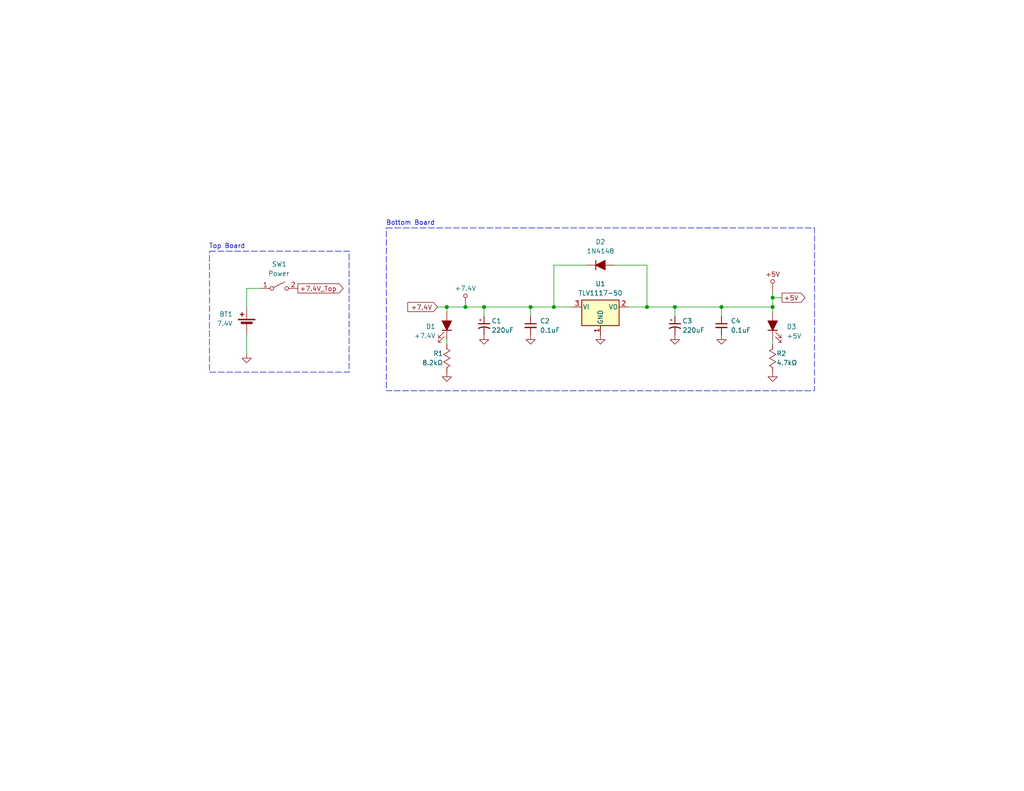
<source format=kicad_sch>
(kicad_sch
	(version 20231120)
	(generator "eeschema")
	(generator_version "8.0")
	(uuid "168dbb6b-35e8-49d7-b2bd-9d9cbbd20b6c")
	(paper "A")
	(title_block
		(title "Power")
		(date "2025-04-18")
		(rev "A")
		(company "Idaho State University")
	)
	(lib_symbols
		(symbol "AW_Libraries_Power:+7.4V"
			(exclude_from_sim no)
			(in_bom yes)
			(on_board yes)
			(property "Reference" "#PWR"
				(at 0 0 0)
				(effects
					(font
						(size 1.27 1.27)
					)
					(hide yes)
				)
			)
			(property "Value" "+7.4V"
				(at 0 0 0)
				(effects
					(font
						(size 1.27 1.27)
					)
				)
			)
			(property "Footprint" ""
				(at 0 0 0)
				(effects
					(font
						(size 1.27 1.27)
					)
					(hide yes)
				)
			)
			(property "Datasheet" ""
				(at 0 0 0)
				(effects
					(font
						(size 1.27 1.27)
					)
					(hide yes)
				)
			)
			(property "Description" ""
				(at 0 0 0)
				(effects
					(font
						(size 1.27 1.27)
					)
					(hide yes)
				)
			)
			(symbol "+7.4V_0_1"
				(circle
					(center 0 -2.032)
					(radius 0.508)
					(stroke
						(width 0)
						(type default)
					)
					(fill
						(type none)
					)
				)
			)
			(symbol "+7.4V_1_1"
				(pin power_in line
					(at 0 -5.08 90)
					(length 2.54)
					(name ""
						(effects
							(font
								(size 1.27 1.27)
							)
						)
					)
					(number ""
						(effects
							(font
								(size 1.27 1.27)
							)
						)
					)
				)
			)
		)
		(symbol "Device:Battery_Cell"
			(pin_numbers hide)
			(pin_names
				(offset 0) hide)
			(exclude_from_sim no)
			(in_bom yes)
			(on_board yes)
			(property "Reference" "BT"
				(at 2.54 2.54 0)
				(effects
					(font
						(size 1.27 1.27)
					)
					(justify left)
				)
			)
			(property "Value" "Battery_Cell"
				(at 2.54 0 0)
				(effects
					(font
						(size 1.27 1.27)
					)
					(justify left)
				)
			)
			(property "Footprint" ""
				(at 0 1.524 90)
				(effects
					(font
						(size 1.27 1.27)
					)
					(hide yes)
				)
			)
			(property "Datasheet" "~"
				(at 0 1.524 90)
				(effects
					(font
						(size 1.27 1.27)
					)
					(hide yes)
				)
			)
			(property "Description" "Single-cell battery"
				(at 0 0 0)
				(effects
					(font
						(size 1.27 1.27)
					)
					(hide yes)
				)
			)
			(property "ki_keywords" "battery cell"
				(at 0 0 0)
				(effects
					(font
						(size 1.27 1.27)
					)
					(hide yes)
				)
			)
			(symbol "Battery_Cell_0_1"
				(rectangle
					(start -2.286 1.778)
					(end 2.286 1.524)
					(stroke
						(width 0)
						(type default)
					)
					(fill
						(type outline)
					)
				)
				(rectangle
					(start -1.524 1.016)
					(end 1.524 0.508)
					(stroke
						(width 0)
						(type default)
					)
					(fill
						(type outline)
					)
				)
				(polyline
					(pts
						(xy 0 0.762) (xy 0 0)
					)
					(stroke
						(width 0)
						(type default)
					)
					(fill
						(type none)
					)
				)
				(polyline
					(pts
						(xy 0 1.778) (xy 0 2.54)
					)
					(stroke
						(width 0)
						(type default)
					)
					(fill
						(type none)
					)
				)
				(polyline
					(pts
						(xy 0.762 3.048) (xy 1.778 3.048)
					)
					(stroke
						(width 0.254)
						(type default)
					)
					(fill
						(type none)
					)
				)
				(polyline
					(pts
						(xy 1.27 3.556) (xy 1.27 2.54)
					)
					(stroke
						(width 0.254)
						(type default)
					)
					(fill
						(type none)
					)
				)
			)
			(symbol "Battery_Cell_1_1"
				(pin passive line
					(at 0 5.08 270)
					(length 2.54)
					(name "+"
						(effects
							(font
								(size 1.27 1.27)
							)
						)
					)
					(number "1"
						(effects
							(font
								(size 1.27 1.27)
							)
						)
					)
				)
				(pin passive line
					(at 0 -2.54 90)
					(length 2.54)
					(name "-"
						(effects
							(font
								(size 1.27 1.27)
							)
						)
					)
					(number "2"
						(effects
							(font
								(size 1.27 1.27)
							)
						)
					)
				)
			)
		)
		(symbol "Device:C_Polarized_Small_US"
			(pin_numbers hide)
			(pin_names
				(offset 0.254) hide)
			(exclude_from_sim no)
			(in_bom yes)
			(on_board yes)
			(property "Reference" "C"
				(at 0.254 1.778 0)
				(effects
					(font
						(size 1.27 1.27)
					)
					(justify left)
				)
			)
			(property "Value" "C_Polarized_Small_US"
				(at 0.254 -2.032 0)
				(effects
					(font
						(size 1.27 1.27)
					)
					(justify left)
				)
			)
			(property "Footprint" ""
				(at 0 0 0)
				(effects
					(font
						(size 1.27 1.27)
					)
					(hide yes)
				)
			)
			(property "Datasheet" "~"
				(at 0 0 0)
				(effects
					(font
						(size 1.27 1.27)
					)
					(hide yes)
				)
			)
			(property "Description" "Polarized capacitor, small US symbol"
				(at 0 0 0)
				(effects
					(font
						(size 1.27 1.27)
					)
					(hide yes)
				)
			)
			(property "ki_keywords" "cap capacitor"
				(at 0 0 0)
				(effects
					(font
						(size 1.27 1.27)
					)
					(hide yes)
				)
			)
			(property "ki_fp_filters" "CP_*"
				(at 0 0 0)
				(effects
					(font
						(size 1.27 1.27)
					)
					(hide yes)
				)
			)
			(symbol "C_Polarized_Small_US_0_1"
				(polyline
					(pts
						(xy -1.524 0.508) (xy 1.524 0.508)
					)
					(stroke
						(width 0.3048)
						(type default)
					)
					(fill
						(type none)
					)
				)
				(polyline
					(pts
						(xy -1.27 1.524) (xy -0.762 1.524)
					)
					(stroke
						(width 0)
						(type default)
					)
					(fill
						(type none)
					)
				)
				(polyline
					(pts
						(xy -1.016 1.27) (xy -1.016 1.778)
					)
					(stroke
						(width 0)
						(type default)
					)
					(fill
						(type none)
					)
				)
				(arc
					(start 1.524 -0.762)
					(mid 0 -0.3734)
					(end -1.524 -0.762)
					(stroke
						(width 0.3048)
						(type default)
					)
					(fill
						(type none)
					)
				)
			)
			(symbol "C_Polarized_Small_US_1_1"
				(pin passive line
					(at 0 2.54 270)
					(length 2.032)
					(name "~"
						(effects
							(font
								(size 1.27 1.27)
							)
						)
					)
					(number "1"
						(effects
							(font
								(size 1.27 1.27)
							)
						)
					)
				)
				(pin passive line
					(at 0 -2.54 90)
					(length 2.032)
					(name "~"
						(effects
							(font
								(size 1.27 1.27)
							)
						)
					)
					(number "2"
						(effects
							(font
								(size 1.27 1.27)
							)
						)
					)
				)
			)
		)
		(symbol "Device:C_Small"
			(pin_numbers hide)
			(pin_names
				(offset 0.254) hide)
			(exclude_from_sim no)
			(in_bom yes)
			(on_board yes)
			(property "Reference" "C"
				(at 0.254 1.778 0)
				(effects
					(font
						(size 1.27 1.27)
					)
					(justify left)
				)
			)
			(property "Value" "C_Small"
				(at 0.254 -2.032 0)
				(effects
					(font
						(size 1.27 1.27)
					)
					(justify left)
				)
			)
			(property "Footprint" ""
				(at 0 0 0)
				(effects
					(font
						(size 1.27 1.27)
					)
					(hide yes)
				)
			)
			(property "Datasheet" "~"
				(at 0 0 0)
				(effects
					(font
						(size 1.27 1.27)
					)
					(hide yes)
				)
			)
			(property "Description" "Unpolarized capacitor, small symbol"
				(at 0 0 0)
				(effects
					(font
						(size 1.27 1.27)
					)
					(hide yes)
				)
			)
			(property "ki_keywords" "capacitor cap"
				(at 0 0 0)
				(effects
					(font
						(size 1.27 1.27)
					)
					(hide yes)
				)
			)
			(property "ki_fp_filters" "C_*"
				(at 0 0 0)
				(effects
					(font
						(size 1.27 1.27)
					)
					(hide yes)
				)
			)
			(symbol "C_Small_0_1"
				(polyline
					(pts
						(xy -1.524 -0.508) (xy 1.524 -0.508)
					)
					(stroke
						(width 0.3302)
						(type default)
					)
					(fill
						(type none)
					)
				)
				(polyline
					(pts
						(xy -1.524 0.508) (xy 1.524 0.508)
					)
					(stroke
						(width 0.3048)
						(type default)
					)
					(fill
						(type none)
					)
				)
			)
			(symbol "C_Small_1_1"
				(pin passive line
					(at 0 2.54 270)
					(length 2.032)
					(name "~"
						(effects
							(font
								(size 1.27 1.27)
							)
						)
					)
					(number "1"
						(effects
							(font
								(size 1.27 1.27)
							)
						)
					)
				)
				(pin passive line
					(at 0 -2.54 90)
					(length 2.032)
					(name "~"
						(effects
							(font
								(size 1.27 1.27)
							)
						)
					)
					(number "2"
						(effects
							(font
								(size 1.27 1.27)
							)
						)
					)
				)
			)
		)
		(symbol "Device:D_Filled"
			(pin_numbers hide)
			(pin_names
				(offset 1.016) hide)
			(exclude_from_sim no)
			(in_bom yes)
			(on_board yes)
			(property "Reference" "D"
				(at 0 2.54 0)
				(effects
					(font
						(size 1.27 1.27)
					)
				)
			)
			(property "Value" "D_Filled"
				(at 0 -2.54 0)
				(effects
					(font
						(size 1.27 1.27)
					)
				)
			)
			(property "Footprint" ""
				(at 0 0 0)
				(effects
					(font
						(size 1.27 1.27)
					)
					(hide yes)
				)
			)
			(property "Datasheet" "~"
				(at 0 0 0)
				(effects
					(font
						(size 1.27 1.27)
					)
					(hide yes)
				)
			)
			(property "Description" "Diode, filled shape"
				(at 0 0 0)
				(effects
					(font
						(size 1.27 1.27)
					)
					(hide yes)
				)
			)
			(property "Sim.Device" "D"
				(at 0 0 0)
				(effects
					(font
						(size 1.27 1.27)
					)
					(hide yes)
				)
			)
			(property "Sim.Pins" "1=K 2=A"
				(at 0 0 0)
				(effects
					(font
						(size 1.27 1.27)
					)
					(hide yes)
				)
			)
			(property "ki_keywords" "diode"
				(at 0 0 0)
				(effects
					(font
						(size 1.27 1.27)
					)
					(hide yes)
				)
			)
			(property "ki_fp_filters" "TO-???* *_Diode_* *SingleDiode* D_*"
				(at 0 0 0)
				(effects
					(font
						(size 1.27 1.27)
					)
					(hide yes)
				)
			)
			(symbol "D_Filled_0_1"
				(polyline
					(pts
						(xy -1.27 1.27) (xy -1.27 -1.27)
					)
					(stroke
						(width 0.254)
						(type default)
					)
					(fill
						(type none)
					)
				)
				(polyline
					(pts
						(xy 1.27 0) (xy -1.27 0)
					)
					(stroke
						(width 0)
						(type default)
					)
					(fill
						(type none)
					)
				)
				(polyline
					(pts
						(xy 1.27 1.27) (xy 1.27 -1.27) (xy -1.27 0) (xy 1.27 1.27)
					)
					(stroke
						(width 0.254)
						(type default)
					)
					(fill
						(type outline)
					)
				)
			)
			(symbol "D_Filled_1_1"
				(pin passive line
					(at -3.81 0 0)
					(length 2.54)
					(name "K"
						(effects
							(font
								(size 1.27 1.27)
							)
						)
					)
					(number "1"
						(effects
							(font
								(size 1.27 1.27)
							)
						)
					)
				)
				(pin passive line
					(at 3.81 0 180)
					(length 2.54)
					(name "A"
						(effects
							(font
								(size 1.27 1.27)
							)
						)
					)
					(number "2"
						(effects
							(font
								(size 1.27 1.27)
							)
						)
					)
				)
			)
		)
		(symbol "Device:LED_Filled"
			(pin_numbers hide)
			(pin_names
				(offset 1.016) hide)
			(exclude_from_sim no)
			(in_bom yes)
			(on_board yes)
			(property "Reference" "D"
				(at 0 2.54 0)
				(effects
					(font
						(size 1.27 1.27)
					)
				)
			)
			(property "Value" "LED_Filled"
				(at 0 -2.54 0)
				(effects
					(font
						(size 1.27 1.27)
					)
				)
			)
			(property "Footprint" ""
				(at 0 0 0)
				(effects
					(font
						(size 1.27 1.27)
					)
					(hide yes)
				)
			)
			(property "Datasheet" "~"
				(at 0 0 0)
				(effects
					(font
						(size 1.27 1.27)
					)
					(hide yes)
				)
			)
			(property "Description" "Light emitting diode, filled shape"
				(at 0 0 0)
				(effects
					(font
						(size 1.27 1.27)
					)
					(hide yes)
				)
			)
			(property "ki_keywords" "LED diode"
				(at 0 0 0)
				(effects
					(font
						(size 1.27 1.27)
					)
					(hide yes)
				)
			)
			(property "ki_fp_filters" "LED* LED_SMD:* LED_THT:*"
				(at 0 0 0)
				(effects
					(font
						(size 1.27 1.27)
					)
					(hide yes)
				)
			)
			(symbol "LED_Filled_0_1"
				(polyline
					(pts
						(xy -1.27 -1.27) (xy -1.27 1.27)
					)
					(stroke
						(width 0.254)
						(type default)
					)
					(fill
						(type none)
					)
				)
				(polyline
					(pts
						(xy -1.27 0) (xy 1.27 0)
					)
					(stroke
						(width 0)
						(type default)
					)
					(fill
						(type none)
					)
				)
				(polyline
					(pts
						(xy 1.27 -1.27) (xy 1.27 1.27) (xy -1.27 0) (xy 1.27 -1.27)
					)
					(stroke
						(width 0.254)
						(type default)
					)
					(fill
						(type outline)
					)
				)
				(polyline
					(pts
						(xy -3.048 -0.762) (xy -4.572 -2.286) (xy -3.81 -2.286) (xy -4.572 -2.286) (xy -4.572 -1.524)
					)
					(stroke
						(width 0)
						(type default)
					)
					(fill
						(type none)
					)
				)
				(polyline
					(pts
						(xy -1.778 -0.762) (xy -3.302 -2.286) (xy -2.54 -2.286) (xy -3.302 -2.286) (xy -3.302 -1.524)
					)
					(stroke
						(width 0)
						(type default)
					)
					(fill
						(type none)
					)
				)
			)
			(symbol "LED_Filled_1_1"
				(pin passive line
					(at -3.81 0 0)
					(length 2.54)
					(name "K"
						(effects
							(font
								(size 1.27 1.27)
							)
						)
					)
					(number "1"
						(effects
							(font
								(size 1.27 1.27)
							)
						)
					)
				)
				(pin passive line
					(at 3.81 0 180)
					(length 2.54)
					(name "A"
						(effects
							(font
								(size 1.27 1.27)
							)
						)
					)
					(number "2"
						(effects
							(font
								(size 1.27 1.27)
							)
						)
					)
				)
			)
		)
		(symbol "Libraries:+5V"
			(power)
			(pin_numbers hide)
			(pin_names
				(offset 0)
			)
			(exclude_from_sim no)
			(in_bom no)
			(on_board no)
			(property "Reference" "+5V"
				(at 0 3.81 0)
				(effects
					(font
						(size 1.27 1.27)
					)
					(hide yes)
				)
			)
			(property "Value" "+5V"
				(at 0 3.81 0)
				(effects
					(font
						(size 1.27 1.27)
					)
					(hide yes)
				)
			)
			(property "Footprint" ""
				(at 0 3.81 0)
				(effects
					(font
						(size 1.27 1.27)
					)
					(hide yes)
				)
			)
			(property "Datasheet" ""
				(at 0 3.81 0)
				(effects
					(font
						(size 1.27 1.27)
					)
					(hide yes)
				)
			)
			(property "Description" ""
				(at 0 0 0)
				(effects
					(font
						(size 1.27 1.27)
					)
					(hide yes)
				)
			)
			(symbol "+5V_0_1"
				(circle
					(center 0 1.905)
					(radius 0.5236)
					(stroke
						(width 0)
						(type default)
					)
					(fill
						(type none)
					)
				)
			)
			(symbol "+5V_1_0"
				(text "+5V"
					(at 0 3.81 0)
					(effects
						(font
							(size 1.27 1.27)
						)
					)
				)
			)
			(symbol "+5V_1_1"
				(pin power_in line
					(at 0 -1.27 90)
					(length 2.54)
					(name ""
						(effects
							(font
								(size 1.27 1.27)
							)
						)
					)
					(number ""
						(effects
							(font
								(size 0.762 0.762)
							)
						)
					)
				)
			)
		)
		(symbol "Libraries:R_Custom"
			(pin_numbers hide)
			(pin_names
				(offset 1.016) hide)
			(exclude_from_sim no)
			(in_bom yes)
			(on_board yes)
			(property "Reference" "R1"
				(at 0 6.35 0)
				(effects
					(font
						(size 1.27 1.27)
					)
				)
			)
			(property "Value" "RΩ"
				(at 0 3.81 0)
				(effects
					(font
						(size 1.27 1.27)
					)
				)
			)
			(property "Footprint" ""
				(at 0.762 0 0)
				(effects
					(font
						(size 1.27 1.27)
					)
					(hide yes)
				)
			)
			(property "Datasheet" "~"
				(at 0 0 0)
				(effects
					(font
						(size 1.27 1.27)
					)
					(hide yes)
				)
			)
			(property "Description" "Custom Resistor"
				(at 0 -2.032 0)
				(effects
					(font
						(size 1.27 1.27)
					)
					(hide yes)
				)
			)
			(property "ki_keywords" "Resistor"
				(at 0 0 0)
				(effects
					(font
						(size 1.27 1.27)
					)
					(hide yes)
				)
			)
			(property "ki_fp_filters" "Connector*:*_1x??_*"
				(at 0 0 0)
				(effects
					(font
						(size 1.27 1.27)
					)
					(hide yes)
				)
			)
			(symbol "R_Custom_0_1"
				(polyline
					(pts
						(xy -2.54 0) (xy -2.032 0.889) (xy -1.524 0) (xy -1.016 -0.889) (xy -0.508 0) (xy 0 0.889) (xy 0.508 0)
						(xy 1.016 -0.889) (xy 1.524 0) (xy 2.032 0.889) (xy 2.54 0)
					)
					(stroke
						(width 0)
						(type default)
					)
					(fill
						(type none)
					)
				)
			)
			(symbol "R_Custom_1_1"
				(pin passive line
					(at -3.81 0 0)
					(length 1.27)
					(name ""
						(effects
							(font
								(size 1.27 1.27)
							)
						)
					)
					(number "1"
						(effects
							(font
								(size 1.27 1.27)
							)
						)
					)
				)
				(pin passive line
					(at 3.81 0 180)
					(length 1.27)
					(name ""
						(effects
							(font
								(size 1.27 1.27)
							)
						)
					)
					(number "2"
						(effects
							(font
								(size 1.27 1.27)
							)
						)
					)
				)
			)
		)
		(symbol "Regulator_Linear:TLV1117-50"
			(pin_names
				(offset 0.254)
			)
			(exclude_from_sim no)
			(in_bom yes)
			(on_board yes)
			(property "Reference" "U"
				(at -3.81 3.175 0)
				(effects
					(font
						(size 1.27 1.27)
					)
				)
			)
			(property "Value" "TLV1117-50"
				(at 0 3.175 0)
				(effects
					(font
						(size 1.27 1.27)
					)
					(justify left)
				)
			)
			(property "Footprint" ""
				(at 0 0 0)
				(effects
					(font
						(size 1.27 1.27)
					)
					(hide yes)
				)
			)
			(property "Datasheet" "http://www.ti.com/lit/ds/symlink/tlv1117.pdf"
				(at 0 0 0)
				(effects
					(font
						(size 1.27 1.27)
					)
					(hide yes)
				)
			)
			(property "Description" "800mA Low-Dropout Linear Regulator, 5.0V fixed output, TO-220/TO-252/TO-263/SOT-223"
				(at 0 0 0)
				(effects
					(font
						(size 1.27 1.27)
					)
					(hide yes)
				)
			)
			(property "ki_keywords" "linear regulator ldo fixed positive"
				(at 0 0 0)
				(effects
					(font
						(size 1.27 1.27)
					)
					(hide yes)
				)
			)
			(property "ki_fp_filters" "SOT?223* TO?263* TO?252* TO?220*"
				(at 0 0 0)
				(effects
					(font
						(size 1.27 1.27)
					)
					(hide yes)
				)
			)
			(symbol "TLV1117-50_0_1"
				(rectangle
					(start -5.08 -5.08)
					(end 5.08 1.905)
					(stroke
						(width 0.254)
						(type default)
					)
					(fill
						(type background)
					)
				)
			)
			(symbol "TLV1117-50_1_1"
				(pin power_in line
					(at 0 -7.62 90)
					(length 2.54)
					(name "GND"
						(effects
							(font
								(size 1.27 1.27)
							)
						)
					)
					(number "1"
						(effects
							(font
								(size 1.27 1.27)
							)
						)
					)
				)
				(pin power_out line
					(at 7.62 0 180)
					(length 2.54)
					(name "VO"
						(effects
							(font
								(size 1.27 1.27)
							)
						)
					)
					(number "2"
						(effects
							(font
								(size 1.27 1.27)
							)
						)
					)
				)
				(pin power_in line
					(at -7.62 0 0)
					(length 2.54)
					(name "VI"
						(effects
							(font
								(size 1.27 1.27)
							)
						)
					)
					(number "3"
						(effects
							(font
								(size 1.27 1.27)
							)
						)
					)
				)
			)
		)
		(symbol "Switch:SW_SPST"
			(pin_names
				(offset 0) hide)
			(exclude_from_sim no)
			(in_bom yes)
			(on_board yes)
			(property "Reference" "SW"
				(at 0 3.175 0)
				(effects
					(font
						(size 1.27 1.27)
					)
				)
			)
			(property "Value" "SW_SPST"
				(at 0 -2.54 0)
				(effects
					(font
						(size 1.27 1.27)
					)
				)
			)
			(property "Footprint" ""
				(at 0 0 0)
				(effects
					(font
						(size 1.27 1.27)
					)
					(hide yes)
				)
			)
			(property "Datasheet" "~"
				(at 0 0 0)
				(effects
					(font
						(size 1.27 1.27)
					)
					(hide yes)
				)
			)
			(property "Description" "Single Pole Single Throw (SPST) switch"
				(at 0 0 0)
				(effects
					(font
						(size 1.27 1.27)
					)
					(hide yes)
				)
			)
			(property "ki_keywords" "switch lever"
				(at 0 0 0)
				(effects
					(font
						(size 1.27 1.27)
					)
					(hide yes)
				)
			)
			(symbol "SW_SPST_0_0"
				(circle
					(center -2.032 0)
					(radius 0.508)
					(stroke
						(width 0)
						(type default)
					)
					(fill
						(type none)
					)
				)
				(polyline
					(pts
						(xy -1.524 0.254) (xy 1.524 1.778)
					)
					(stroke
						(width 0)
						(type default)
					)
					(fill
						(type none)
					)
				)
				(circle
					(center 2.032 0)
					(radius 0.508)
					(stroke
						(width 0)
						(type default)
					)
					(fill
						(type none)
					)
				)
			)
			(symbol "SW_SPST_1_1"
				(pin passive line
					(at -5.08 0 0)
					(length 2.54)
					(name "A"
						(effects
							(font
								(size 1.27 1.27)
							)
						)
					)
					(number "1"
						(effects
							(font
								(size 1.27 1.27)
							)
						)
					)
				)
				(pin passive line
					(at 5.08 0 180)
					(length 2.54)
					(name "B"
						(effects
							(font
								(size 1.27 1.27)
							)
						)
					)
					(number "2"
						(effects
							(font
								(size 1.27 1.27)
							)
						)
					)
				)
			)
		)
		(symbol "power:GND"
			(power)
			(pin_names
				(offset 0)
			)
			(exclude_from_sim no)
			(in_bom yes)
			(on_board yes)
			(property "Reference" "#PWR"
				(at 0 -6.35 0)
				(effects
					(font
						(size 1.27 1.27)
					)
					(hide yes)
				)
			)
			(property "Value" "GND"
				(at 0 -3.81 0)
				(effects
					(font
						(size 1.27 1.27)
					)
				)
			)
			(property "Footprint" ""
				(at 0 0 0)
				(effects
					(font
						(size 1.27 1.27)
					)
					(hide yes)
				)
			)
			(property "Datasheet" ""
				(at 0 0 0)
				(effects
					(font
						(size 1.27 1.27)
					)
					(hide yes)
				)
			)
			(property "Description" "Power symbol creates a global label with name \"GND\" , ground"
				(at 0 0 0)
				(effects
					(font
						(size 1.27 1.27)
					)
					(hide yes)
				)
			)
			(property "ki_keywords" "global power"
				(at 0 0 0)
				(effects
					(font
						(size 1.27 1.27)
					)
					(hide yes)
				)
			)
			(symbol "GND_0_1"
				(polyline
					(pts
						(xy 0 0) (xy 0 -1.27) (xy 1.27 -1.27) (xy 0 -2.54) (xy -1.27 -1.27) (xy 0 -1.27)
					)
					(stroke
						(width 0)
						(type default)
					)
					(fill
						(type none)
					)
				)
			)
			(symbol "GND_1_1"
				(pin power_in line
					(at 0 0 270)
					(length 0) hide
					(name "GND"
						(effects
							(font
								(size 1.27 1.27)
							)
						)
					)
					(number "1"
						(effects
							(font
								(size 1.27 1.27)
							)
						)
					)
				)
			)
		)
	)
	(junction
		(at 121.92 83.82)
		(diameter 0)
		(color 0 0 0 0)
		(uuid "2dcfbd6a-93dc-4b92-8b14-45431968a022")
	)
	(junction
		(at 210.82 83.82)
		(diameter 0)
		(color 0 0 0 0)
		(uuid "3b7504a1-158a-4aa5-8ed1-f0963fa471b1")
	)
	(junction
		(at 176.53 83.82)
		(diameter 0)
		(color 0 0 0 0)
		(uuid "40200eeb-ea08-463e-bfbf-b4facc5711c6")
	)
	(junction
		(at 127 83.82)
		(diameter 0)
		(color 0 0 0 0)
		(uuid "7ec77f99-187e-4062-9247-3681fd6d21b6")
	)
	(junction
		(at 184.15 83.82)
		(diameter 0)
		(color 0 0 0 0)
		(uuid "c45ca22d-d990-48fb-a8d6-062a0831401f")
	)
	(junction
		(at 144.78 83.82)
		(diameter 0)
		(color 0 0 0 0)
		(uuid "dd10da19-7549-4348-9f8a-05813d7ec36a")
	)
	(junction
		(at 132.08 83.82)
		(diameter 0)
		(color 0 0 0 0)
		(uuid "dfee9d94-3000-470d-9995-86d38b4da18d")
	)
	(junction
		(at 210.82 81.28)
		(diameter 0)
		(color 0 0 0 0)
		(uuid "e3f9bddd-e65d-4d3a-bb78-aedf77e416fa")
	)
	(junction
		(at 151.13 83.82)
		(diameter 0)
		(color 0 0 0 0)
		(uuid "e6366df4-3625-4723-a2dc-f95e9856ab5c")
	)
	(junction
		(at 196.85 83.82)
		(diameter 0)
		(color 0 0 0 0)
		(uuid "f1ac65c4-ed72-4173-a0f2-90a366894a61")
	)
	(wire
		(pts
			(xy 176.53 72.39) (xy 176.53 83.82)
		)
		(stroke
			(width 0)
			(type default)
		)
		(uuid "01b30d60-963f-4d46-9e24-46e6786f28e6")
	)
	(wire
		(pts
			(xy 184.15 83.82) (xy 196.85 83.82)
		)
		(stroke
			(width 0)
			(type default)
		)
		(uuid "0a64a8ef-2ae5-4e41-a2e5-866ee8bf0e3a")
	)
	(wire
		(pts
			(xy 210.82 81.28) (xy 213.36 81.28)
		)
		(stroke
			(width 0)
			(type default)
		)
		(uuid "10328600-31d2-4443-9523-df34bc5f6f1d")
	)
	(wire
		(pts
			(xy 151.13 83.82) (xy 156.21 83.82)
		)
		(stroke
			(width 0)
			(type default)
		)
		(uuid "110e5d90-e8fd-44fd-b062-4fc6aa508432")
	)
	(wire
		(pts
			(xy 119.38 83.82) (xy 121.92 83.82)
		)
		(stroke
			(width 0)
			(type default)
		)
		(uuid "1c2d0a2a-e89e-4692-a798-929eca6b0233")
	)
	(wire
		(pts
			(xy 196.85 83.82) (xy 210.82 83.82)
		)
		(stroke
			(width 0)
			(type default)
		)
		(uuid "263e7f4e-5f2f-474b-b11a-e9290b740289")
	)
	(wire
		(pts
			(xy 67.31 78.74) (xy 71.12 78.74)
		)
		(stroke
			(width 0)
			(type default)
		)
		(uuid "27539266-4876-42bb-80f1-266907983676")
	)
	(wire
		(pts
			(xy 176.53 83.82) (xy 184.15 83.82)
		)
		(stroke
			(width 0)
			(type default)
		)
		(uuid "2c6fd393-1e87-4d69-86ea-3709bcb50065")
	)
	(wire
		(pts
			(xy 67.31 96.52) (xy 67.31 91.44)
		)
		(stroke
			(width 0)
			(type default)
		)
		(uuid "2e5b71ad-e7e1-4882-b7b5-a587de377a92")
	)
	(wire
		(pts
			(xy 210.82 85.09) (xy 210.82 83.82)
		)
		(stroke
			(width 0)
			(type default)
		)
		(uuid "445506ee-195e-4197-9c78-1165888efbcb")
	)
	(wire
		(pts
			(xy 184.15 86.36) (xy 184.15 83.82)
		)
		(stroke
			(width 0)
			(type default)
		)
		(uuid "44c9202f-84b7-479e-9f76-1792852b5537")
	)
	(wire
		(pts
			(xy 167.64 72.39) (xy 176.53 72.39)
		)
		(stroke
			(width 0)
			(type default)
		)
		(uuid "51edb7aa-bdf5-446d-ac88-d5a3eee2474b")
	)
	(wire
		(pts
			(xy 132.08 83.82) (xy 132.08 86.36)
		)
		(stroke
			(width 0)
			(type default)
		)
		(uuid "6b77fa51-8150-46d4-820b-c33a3b573ea9")
	)
	(wire
		(pts
			(xy 210.82 93.98) (xy 210.82 92.71)
		)
		(stroke
			(width 0)
			(type default)
		)
		(uuid "825e58b0-a673-4ace-ad14-dec93cc527a1")
	)
	(wire
		(pts
			(xy 144.78 83.82) (xy 144.78 86.36)
		)
		(stroke
			(width 0)
			(type default)
		)
		(uuid "892cdb8f-f820-473c-87b8-1f23dbdffe99")
	)
	(wire
		(pts
			(xy 121.92 83.82) (xy 121.92 85.09)
		)
		(stroke
			(width 0)
			(type default)
		)
		(uuid "9344f3bc-54c4-4958-a738-2f62b0cfe85f")
	)
	(wire
		(pts
			(xy 132.08 83.82) (xy 144.78 83.82)
		)
		(stroke
			(width 0)
			(type default)
		)
		(uuid "93f5a8f1-d5ee-4ff2-b24f-7fcffc81ee06")
	)
	(wire
		(pts
			(xy 127 83.82) (xy 132.08 83.82)
		)
		(stroke
			(width 0)
			(type default)
		)
		(uuid "9c4eef7d-022b-4204-8d82-6ff945f1bde1")
	)
	(wire
		(pts
			(xy 67.31 83.82) (xy 67.31 78.74)
		)
		(stroke
			(width 0)
			(type default)
		)
		(uuid "9ea39ac2-83a8-4de8-840b-7658208fad69")
	)
	(wire
		(pts
			(xy 160.02 72.39) (xy 151.13 72.39)
		)
		(stroke
			(width 0)
			(type default)
		)
		(uuid "9f35448c-8dce-4461-a4df-7c037540d469")
	)
	(wire
		(pts
			(xy 121.92 93.98) (xy 121.92 92.71)
		)
		(stroke
			(width 0)
			(type default)
		)
		(uuid "a47c8f0e-aa1a-45c7-aeac-affc00c2313a")
	)
	(wire
		(pts
			(xy 210.82 83.82) (xy 210.82 81.28)
		)
		(stroke
			(width 0)
			(type default)
		)
		(uuid "af830d35-097a-47e5-8ca7-3af06e010790")
	)
	(wire
		(pts
			(xy 196.85 86.36) (xy 196.85 83.82)
		)
		(stroke
			(width 0)
			(type default)
		)
		(uuid "c0c17a89-c620-4420-920c-a0379ef3d0b2")
	)
	(wire
		(pts
			(xy 144.78 83.82) (xy 151.13 83.82)
		)
		(stroke
			(width 0)
			(type default)
		)
		(uuid "cf6c05bb-deb7-4fc0-ba5f-edb1555aabde")
	)
	(wire
		(pts
			(xy 121.92 83.82) (xy 127 83.82)
		)
		(stroke
			(width 0)
			(type default)
		)
		(uuid "e48021ae-b6a6-4dbd-abc4-af8895dd178c")
	)
	(wire
		(pts
			(xy 151.13 72.39) (xy 151.13 83.82)
		)
		(stroke
			(width 0)
			(type default)
		)
		(uuid "ea1f06b0-0942-44fb-aec2-ee82f0f09e63")
	)
	(wire
		(pts
			(xy 171.45 83.82) (xy 176.53 83.82)
		)
		(stroke
			(width 0)
			(type default)
		)
		(uuid "ea6d223c-7fdd-4abe-89b1-e4994ac301b3")
	)
	(wire
		(pts
			(xy 210.82 81.28) (xy 210.82 80.01)
		)
		(stroke
			(width 0)
			(type default)
		)
		(uuid "f23431e1-022d-48a4-a55f-3fb9c37ea41d")
	)
	(rectangle
		(start 57.15 68.58)
		(end 95.25 101.6)
		(stroke
			(width 0)
			(type dash)
		)
		(fill
			(type none)
		)
		(uuid 5216e580-78db-430f-8187-017d0189be75)
	)
	(rectangle
		(start 105.41 62.23)
		(end 222.25 106.68)
		(stroke
			(width 0)
			(type dash)
		)
		(fill
			(type none)
		)
		(uuid 87ecb46b-1c8f-498b-ae39-ce2fb3f7dd51)
	)
	(text "Bottom Board"
		(exclude_from_sim no)
		(at 112.014 60.96 0)
		(effects
			(font
				(size 1.27 1.27)
			)
		)
		(uuid "a9aa5007-566d-4df3-8d08-b5840ec832de")
	)
	(text "Top Board"
		(exclude_from_sim no)
		(at 61.976 67.31 0)
		(effects
			(font
				(size 1.27 1.27)
			)
		)
		(uuid "ef5a2ef0-9fea-44b2-842f-59b0ea994c0f")
	)
	(global_label "+7.4V_Top"
		(shape output)
		(at 81.28 78.74 0)
		(fields_autoplaced yes)
		(effects
			(font
				(size 1.27 1.27)
			)
			(justify left)
		)
		(uuid "0da0788c-dd88-4bb4-ada8-13efa1ee6ca7")
		(property "Intersheetrefs" "${INTERSHEET_REFS}"
			(at 94.1832 78.74 0)
			(effects
				(font
					(size 1.27 1.27)
				)
				(justify left)
				(hide yes)
			)
		)
	)
	(global_label "+5V"
		(shape output)
		(at 213.36 81.28 0)
		(fields_autoplaced yes)
		(effects
			(font
				(size 1.27 1.27)
			)
			(justify left)
		)
		(uuid "dae7badd-783b-46ce-aaf3-62f15cc2a137")
		(property "Intersheetrefs" "${INTERSHEET_REFS}"
			(at 220.2157 81.28 0)
			(effects
				(font
					(size 1.27 1.27)
				)
				(justify left)
				(hide yes)
			)
		)
	)
	(global_label "+7.4V"
		(shape input)
		(at 119.38 83.82 180)
		(fields_autoplaced yes)
		(effects
			(font
				(size 1.27 1.27)
			)
			(justify right)
		)
		(uuid "f2fd09f4-a11a-49fd-8cb5-b76a87c10228")
		(property "Intersheetrefs" "${INTERSHEET_REFS}"
			(at 110.71 83.82 0)
			(effects
				(font
					(size 1.27 1.27)
				)
				(justify right)
				(hide yes)
			)
		)
	)
	(symbol
		(lib_id "Switch:SW_SPST")
		(at 76.2 78.74 0)
		(unit 1)
		(exclude_from_sim no)
		(in_bom yes)
		(on_board yes)
		(dnp no)
		(uuid "08ce6f2f-0cd1-4c6d-9955-18cc52aafccf")
		(property "Reference" "SW1"
			(at 74.168 72.136 0)
			(effects
				(font
					(size 1.27 1.27)
				)
				(justify left)
			)
		)
		(property "Value" "Power"
			(at 73.152 74.676 0)
			(effects
				(font
					(size 1.27 1.27)
				)
				(justify left)
			)
		)
		(property "Footprint" "AlexWheelockFootprintLibrary:Project_Locking_Output_Header"
			(at 76.2 78.74 0)
			(effects
				(font
					(size 1.27 1.27)
				)
				(hide yes)
			)
		)
		(property "Datasheet" "~"
			(at 76.2 78.74 0)
			(effects
				(font
					(size 1.27 1.27)
				)
				(hide yes)
			)
		)
		(property "Description" "Single Pole Single Throw (SPST) switch"
			(at 76.2 78.74 0)
			(effects
				(font
					(size 1.27 1.27)
				)
				(hide yes)
			)
		)
		(pin "2"
			(uuid "58d15bb9-cd26-47c3-a027-a45b1a938375")
		)
		(pin "1"
			(uuid "ca350ddf-a243-4111-94ea-df1a0088ca42")
		)
		(instances
			(project "Project"
				(path "/152b0fc1-fa29-4f64-bd5c-6a59f63b05cf/38ebd531-af64-4884-b365-257c0c7ff7c3"
					(reference "SW1")
					(unit 1)
				)
			)
		)
	)
	(symbol
		(lib_id "Libraries:R_Custom")
		(at 121.92 97.79 270)
		(mirror x)
		(unit 1)
		(exclude_from_sim no)
		(in_bom yes)
		(on_board yes)
		(dnp no)
		(uuid "0e556a5a-59bd-42a7-9f79-fe22b3829b02")
		(property "Reference" "R1"
			(at 120.904 96.52 90)
			(effects
				(font
					(size 1.27 1.27)
				)
				(justify right)
			)
		)
		(property "Value" "8.2kΩ"
			(at 120.904 99.06 90)
			(effects
				(font
					(size 1.27 1.27)
				)
				(justify right)
			)
		)
		(property "Footprint" "Resistor_SMD:R_0805_2012Metric_Pad1.20x1.40mm_HandSolder"
			(at 121.92 97.028 0)
			(effects
				(font
					(size 1.27 1.27)
				)
				(hide yes)
			)
		)
		(property "Datasheet" "~"
			(at 121.92 97.79 0)
			(effects
				(font
					(size 1.27 1.27)
				)
				(hide yes)
			)
		)
		(property "Description" "Custom Resistor"
			(at 119.888 97.79 0)
			(effects
				(font
					(size 1.27 1.27)
				)
				(hide yes)
			)
		)
		(pin "2"
			(uuid "85d7b475-4411-4f2f-9b5c-a01d8c1d2f33")
		)
		(pin "1"
			(uuid "46b7c6d3-d3fd-42ad-8d46-b71d87e987ea")
		)
		(instances
			(project "Project"
				(path "/152b0fc1-fa29-4f64-bd5c-6a59f63b05cf/38ebd531-af64-4884-b365-257c0c7ff7c3"
					(reference "R1")
					(unit 1)
				)
			)
		)
	)
	(symbol
		(lib_id "Regulator_Linear:TLV1117-50")
		(at 163.83 83.82 0)
		(unit 1)
		(exclude_from_sim no)
		(in_bom yes)
		(on_board yes)
		(dnp no)
		(fields_autoplaced yes)
		(uuid "21986428-6632-4e2d-ba68-cad9d7ff56a2")
		(property "Reference" "U1"
			(at 163.83 77.47 0)
			(effects
				(font
					(size 1.27 1.27)
				)
			)
		)
		(property "Value" "TLV1117-50"
			(at 163.83 80.01 0)
			(effects
				(font
					(size 1.27 1.27)
				)
			)
		)
		(property "Footprint" "Package_TO_SOT_SMD:SOT-223-3_TabPin2"
			(at 163.83 83.82 0)
			(effects
				(font
					(size 1.27 1.27)
				)
				(hide yes)
			)
		)
		(property "Datasheet" "http://www.ti.com/lit/ds/symlink/tlv1117.pdf"
			(at 163.83 83.82 0)
			(effects
				(font
					(size 1.27 1.27)
				)
				(hide yes)
			)
		)
		(property "Description" "800mA Low-Dropout Linear Regulator, 5.0V fixed output, TO-220/TO-252/TO-263/SOT-223"
			(at 163.83 83.82 0)
			(effects
				(font
					(size 1.27 1.27)
				)
				(hide yes)
			)
		)
		(pin "3"
			(uuid "1ffba8fe-8494-4fc0-8ead-9806c216e659")
		)
		(pin "1"
			(uuid "df30e7fe-b0f4-417f-b1c7-70ab959708f5")
		)
		(pin "2"
			(uuid "bae8c4b7-c262-4f3d-8f97-d543a58872de")
		)
		(instances
			(project "Project"
				(path "/152b0fc1-fa29-4f64-bd5c-6a59f63b05cf/38ebd531-af64-4884-b365-257c0c7ff7c3"
					(reference "U1")
					(unit 1)
				)
			)
		)
	)
	(symbol
		(lib_id "AW_Libraries_Power:+7.4V")
		(at 127 78.74 0)
		(unit 1)
		(exclude_from_sim no)
		(in_bom yes)
		(on_board yes)
		(dnp no)
		(uuid "42a53667-6b24-40c8-932b-051b7aa78630")
		(property "Reference" "#PWR3"
			(at 127 78.74 0)
			(effects
				(font
					(size 1.27 1.27)
				)
				(hide yes)
			)
		)
		(property "Value" "+7.4V"
			(at 127 78.74 0)
			(effects
				(font
					(size 1.27 1.27)
				)
			)
		)
		(property "Footprint" ""
			(at 127 78.74 0)
			(effects
				(font
					(size 1.27 1.27)
				)
				(hide yes)
			)
		)
		(property "Datasheet" ""
			(at 127 78.74 0)
			(effects
				(font
					(size 1.27 1.27)
				)
				(hide yes)
			)
		)
		(property "Description" ""
			(at 127 78.74 0)
			(effects
				(font
					(size 1.27 1.27)
				)
				(hide yes)
			)
		)
		(pin ""
			(uuid "d4e78303-199f-4724-b442-2686f5cf3eb2")
		)
		(instances
			(project "Project"
				(path "/152b0fc1-fa29-4f64-bd5c-6a59f63b05cf/38ebd531-af64-4884-b365-257c0c7ff7c3"
					(reference "#PWR3")
					(unit 1)
				)
			)
		)
	)
	(symbol
		(lib_id "Device:Battery_Cell")
		(at 67.31 88.9 0)
		(mirror y)
		(unit 1)
		(exclude_from_sim no)
		(in_bom yes)
		(on_board yes)
		(dnp no)
		(uuid "42da053e-010a-4309-9f19-34971da27b1f")
		(property "Reference" "BT1"
			(at 63.5 85.7884 0)
			(effects
				(font
					(size 1.27 1.27)
				)
				(justify left)
			)
		)
		(property "Value" "7.4V"
			(at 63.5 88.3284 0)
			(effects
				(font
					(size 1.27 1.27)
				)
				(justify left)
			)
		)
		(property "Footprint" "AlexWheelockFootprintLibrary:Project_Battery_Connector"
			(at 67.31 87.376 90)
			(effects
				(font
					(size 1.27 1.27)
				)
				(hide yes)
			)
		)
		(property "Datasheet" "~"
			(at 67.31 87.376 90)
			(effects
				(font
					(size 1.27 1.27)
				)
				(hide yes)
			)
		)
		(property "Description" "Single-cell battery"
			(at 67.31 88.9 0)
			(effects
				(font
					(size 1.27 1.27)
				)
				(hide yes)
			)
		)
		(pin "2"
			(uuid "69831f0d-cd1d-441e-860f-918a09ae9261")
		)
		(pin "1"
			(uuid "c2220a57-16b0-4809-bc67-aa5b6f2d8d2c")
		)
		(instances
			(project "Project"
				(path "/152b0fc1-fa29-4f64-bd5c-6a59f63b05cf/38ebd531-af64-4884-b365-257c0c7ff7c3"
					(reference "BT1")
					(unit 1)
				)
			)
		)
	)
	(symbol
		(lib_id "Device:C_Small")
		(at 144.78 88.9 0)
		(unit 1)
		(exclude_from_sim no)
		(in_bom yes)
		(on_board yes)
		(dnp no)
		(fields_autoplaced yes)
		(uuid "4fc0e0b4-2131-4d4d-b342-171f2fe87825")
		(property "Reference" "C2"
			(at 147.32 87.6362 0)
			(effects
				(font
					(size 1.27 1.27)
				)
				(justify left)
			)
		)
		(property "Value" "0.1uF"
			(at 147.32 90.1762 0)
			(effects
				(font
					(size 1.27 1.27)
				)
				(justify left)
			)
		)
		(property "Footprint" "Capacitor_SMD:C_0805_2012Metric_Pad1.18x1.45mm_HandSolder"
			(at 144.78 88.9 0)
			(effects
				(font
					(size 1.27 1.27)
				)
				(hide yes)
			)
		)
		(property "Datasheet" "~"
			(at 144.78 88.9 0)
			(effects
				(font
					(size 1.27 1.27)
				)
				(hide yes)
			)
		)
		(property "Description" "Unpolarized capacitor, small symbol"
			(at 144.78 88.9 0)
			(effects
				(font
					(size 1.27 1.27)
				)
				(hide yes)
			)
		)
		(pin "2"
			(uuid "44df0e1e-2c04-4925-b17e-7ab6c220f4e0")
		)
		(pin "1"
			(uuid "b2ea73a2-1c2a-4368-8d0a-b0a5af84ac0b")
		)
		(instances
			(project "Project"
				(path "/152b0fc1-fa29-4f64-bd5c-6a59f63b05cf/38ebd531-af64-4884-b365-257c0c7ff7c3"
					(reference "C2")
					(unit 1)
				)
			)
		)
	)
	(symbol
		(lib_id "Device:LED_Filled")
		(at 121.92 88.9 270)
		(mirror x)
		(unit 1)
		(exclude_from_sim no)
		(in_bom yes)
		(on_board yes)
		(dnp no)
		(uuid "50908ec4-c4b2-4a29-8cd4-f90fbcbf2538")
		(property "Reference" "D1"
			(at 118.872 89.154 90)
			(effects
				(font
					(size 1.27 1.27)
				)
				(justify right)
			)
		)
		(property "Value" "+7.4V"
			(at 118.872 91.694 90)
			(effects
				(font
					(size 1.27 1.27)
				)
				(justify right)
			)
		)
		(property "Footprint" "LED_SMD:LED_0805_2012Metric_Pad1.15x1.40mm_HandSolder"
			(at 121.92 88.9 0)
			(effects
				(font
					(size 1.27 1.27)
				)
				(hide yes)
			)
		)
		(property "Datasheet" "~"
			(at 121.92 88.9 0)
			(effects
				(font
					(size 1.27 1.27)
				)
				(hide yes)
			)
		)
		(property "Description" "Light emitting diode, filled shape"
			(at 121.92 88.9 0)
			(effects
				(font
					(size 1.27 1.27)
				)
				(hide yes)
			)
		)
		(pin "1"
			(uuid "b46b43df-9486-44f7-ba89-2a26008dc434")
		)
		(pin "2"
			(uuid "f4714a07-0c7e-4f5b-951a-196481488c84")
		)
		(instances
			(project "Project"
				(path "/152b0fc1-fa29-4f64-bd5c-6a59f63b05cf/38ebd531-af64-4884-b365-257c0c7ff7c3"
					(reference "D1")
					(unit 1)
				)
			)
		)
	)
	(symbol
		(lib_id "Device:D_Filled")
		(at 163.83 72.39 0)
		(unit 1)
		(exclude_from_sim no)
		(in_bom yes)
		(on_board yes)
		(dnp no)
		(fields_autoplaced yes)
		(uuid "58742e0f-59b8-40eb-baca-0a27bbe3ff4c")
		(property "Reference" "D2"
			(at 163.83 66.04 0)
			(effects
				(font
					(size 1.27 1.27)
				)
			)
		)
		(property "Value" "1N4148"
			(at 163.83 68.58 0)
			(effects
				(font
					(size 1.27 1.27)
				)
			)
		)
		(property "Footprint" "Diode_SMD:D_0805_2012Metric_Pad1.15x1.40mm_HandSolder"
			(at 163.83 72.39 0)
			(effects
				(font
					(size 1.27 1.27)
				)
				(hide yes)
			)
		)
		(property "Datasheet" "~"
			(at 163.83 72.39 0)
			(effects
				(font
					(size 1.27 1.27)
				)
				(hide yes)
			)
		)
		(property "Description" "Diode, filled shape"
			(at 163.83 72.39 0)
			(effects
				(font
					(size 1.27 1.27)
				)
				(hide yes)
			)
		)
		(property "Sim.Device" "D"
			(at 163.83 72.39 0)
			(effects
				(font
					(size 1.27 1.27)
				)
				(hide yes)
			)
		)
		(property "Sim.Pins" "1=K 2=A"
			(at 163.83 72.39 0)
			(effects
				(font
					(size 1.27 1.27)
				)
				(hide yes)
			)
		)
		(pin "1"
			(uuid "99a3b6fb-2e41-4bc6-a88f-2269f2d80e8b")
		)
		(pin "2"
			(uuid "96aee5ff-5884-4641-b6e3-9fba7ee7892a")
		)
		(instances
			(project "Project"
				(path "/152b0fc1-fa29-4f64-bd5c-6a59f63b05cf/38ebd531-af64-4884-b365-257c0c7ff7c3"
					(reference "D2")
					(unit 1)
				)
			)
		)
	)
	(symbol
		(lib_id "power:GND")
		(at 184.15 91.44 0)
		(unit 1)
		(exclude_from_sim no)
		(in_bom yes)
		(on_board yes)
		(dnp no)
		(fields_autoplaced yes)
		(uuid "69b4a91f-0e9b-41fd-988e-dc142d7282dc")
		(property "Reference" "#PWR07"
			(at 184.15 97.79 0)
			(effects
				(font
					(size 1.27 1.27)
				)
				(hide yes)
			)
		)
		(property "Value" "GND"
			(at 184.15 96.52 0)
			(effects
				(font
					(size 1.27 1.27)
				)
				(hide yes)
			)
		)
		(property "Footprint" ""
			(at 184.15 91.44 0)
			(effects
				(font
					(size 1.27 1.27)
				)
				(hide yes)
			)
		)
		(property "Datasheet" ""
			(at 184.15 91.44 0)
			(effects
				(font
					(size 1.27 1.27)
				)
				(hide yes)
			)
		)
		(property "Description" "Power symbol creates a global label with name \"GND\" , ground"
			(at 184.15 91.44 0)
			(effects
				(font
					(size 1.27 1.27)
				)
				(hide yes)
			)
		)
		(pin "1"
			(uuid "13bf9f62-b648-4078-9f3a-970a6914b096")
		)
		(instances
			(project "Project"
				(path "/152b0fc1-fa29-4f64-bd5c-6a59f63b05cf/38ebd531-af64-4884-b365-257c0c7ff7c3"
					(reference "#PWR07")
					(unit 1)
				)
			)
		)
	)
	(symbol
		(lib_id "power:GND")
		(at 144.78 91.44 0)
		(unit 1)
		(exclude_from_sim no)
		(in_bom yes)
		(on_board yes)
		(dnp no)
		(fields_autoplaced yes)
		(uuid "6e0b2b73-0594-4391-ba9f-0c82e81ef0c9")
		(property "Reference" "#PWR05"
			(at 144.78 97.79 0)
			(effects
				(font
					(size 1.27 1.27)
				)
				(hide yes)
			)
		)
		(property "Value" "GND"
			(at 144.78 96.52 0)
			(effects
				(font
					(size 1.27 1.27)
				)
				(hide yes)
			)
		)
		(property "Footprint" ""
			(at 144.78 91.44 0)
			(effects
				(font
					(size 1.27 1.27)
				)
				(hide yes)
			)
		)
		(property "Datasheet" ""
			(at 144.78 91.44 0)
			(effects
				(font
					(size 1.27 1.27)
				)
				(hide yes)
			)
		)
		(property "Description" "Power symbol creates a global label with name \"GND\" , ground"
			(at 144.78 91.44 0)
			(effects
				(font
					(size 1.27 1.27)
				)
				(hide yes)
			)
		)
		(pin "1"
			(uuid "5583e94d-10e3-47e8-a0ef-f7623220483b")
		)
		(instances
			(project "Project"
				(path "/152b0fc1-fa29-4f64-bd5c-6a59f63b05cf/38ebd531-af64-4884-b365-257c0c7ff7c3"
					(reference "#PWR05")
					(unit 1)
				)
			)
		)
	)
	(symbol
		(lib_id "Libraries:+5V")
		(at 210.82 78.74 0)
		(unit 1)
		(exclude_from_sim no)
		(in_bom no)
		(on_board no)
		(dnp no)
		(fields_autoplaced yes)
		(uuid "76d8dde9-1d7d-4cb5-827f-b3155cc3d264")
		(property "Reference" "#+5V01"
			(at 210.82 74.93 0)
			(effects
				(font
					(size 1.27 1.27)
				)
				(hide yes)
			)
		)
		(property "Value" "+5V"
			(at 210.82 74.93 0)
			(effects
				(font
					(size 1.27 1.27)
				)
				(hide yes)
			)
		)
		(property "Footprint" ""
			(at 210.82 74.93 0)
			(effects
				(font
					(size 1.27 1.27)
				)
				(hide yes)
			)
		)
		(property "Datasheet" ""
			(at 210.82 74.93 0)
			(effects
				(font
					(size 1.27 1.27)
				)
				(hide yes)
			)
		)
		(property "Description" ""
			(at 210.82 78.74 0)
			(effects
				(font
					(size 1.27 1.27)
				)
				(hide yes)
			)
		)
		(pin ""
			(uuid "567d331f-84e3-4273-9b92-0a449de660d2")
		)
		(instances
			(project "Project"
				(path "/152b0fc1-fa29-4f64-bd5c-6a59f63b05cf/38ebd531-af64-4884-b365-257c0c7ff7c3"
					(reference "#+5V01")
					(unit 1)
				)
			)
		)
	)
	(symbol
		(lib_id "Device:LED_Filled")
		(at 210.82 88.9 90)
		(unit 1)
		(exclude_from_sim no)
		(in_bom yes)
		(on_board yes)
		(dnp no)
		(fields_autoplaced yes)
		(uuid "78a85fa8-f58f-4a96-92eb-e7963df669cf")
		(property "Reference" "D3"
			(at 214.63 89.2174 90)
			(effects
				(font
					(size 1.27 1.27)
				)
				(justify right)
			)
		)
		(property "Value" "+5V"
			(at 214.63 91.7574 90)
			(effects
				(font
					(size 1.27 1.27)
				)
				(justify right)
			)
		)
		(property "Footprint" "LED_SMD:LED_0805_2012Metric_Pad1.15x1.40mm_HandSolder"
			(at 210.82 88.9 0)
			(effects
				(font
					(size 1.27 1.27)
				)
				(hide yes)
			)
		)
		(property "Datasheet" "~"
			(at 210.82 88.9 0)
			(effects
				(font
					(size 1.27 1.27)
				)
				(hide yes)
			)
		)
		(property "Description" "Light emitting diode, filled shape"
			(at 210.82 88.9 0)
			(effects
				(font
					(size 1.27 1.27)
				)
				(hide yes)
			)
		)
		(pin "1"
			(uuid "9b192a4c-6d6c-432e-8987-d327182a3169")
		)
		(pin "2"
			(uuid "dd7aa827-0d61-4043-af1c-468d777e8c86")
		)
		(instances
			(project "Project"
				(path "/152b0fc1-fa29-4f64-bd5c-6a59f63b05cf/38ebd531-af64-4884-b365-257c0c7ff7c3"
					(reference "D3")
					(unit 1)
				)
			)
		)
	)
	(symbol
		(lib_id "power:GND")
		(at 121.92 101.6 0)
		(unit 1)
		(exclude_from_sim no)
		(in_bom yes)
		(on_board yes)
		(dnp no)
		(fields_autoplaced yes)
		(uuid "7f91e7c7-71e7-460b-971f-427c7038a5f4")
		(property "Reference" "#PWR02"
			(at 121.92 107.95 0)
			(effects
				(font
					(size 1.27 1.27)
				)
				(hide yes)
			)
		)
		(property "Value" "GND"
			(at 121.92 106.68 0)
			(effects
				(font
					(size 1.27 1.27)
				)
				(hide yes)
			)
		)
		(property "Footprint" ""
			(at 121.92 101.6 0)
			(effects
				(font
					(size 1.27 1.27)
				)
				(hide yes)
			)
		)
		(property "Datasheet" ""
			(at 121.92 101.6 0)
			(effects
				(font
					(size 1.27 1.27)
				)
				(hide yes)
			)
		)
		(property "Description" "Power symbol creates a global label with name \"GND\" , ground"
			(at 121.92 101.6 0)
			(effects
				(font
					(size 1.27 1.27)
				)
				(hide yes)
			)
		)
		(pin "1"
			(uuid "669c497e-fd58-4355-9db2-55b57d11f150")
		)
		(instances
			(project "Project"
				(path "/152b0fc1-fa29-4f64-bd5c-6a59f63b05cf/38ebd531-af64-4884-b365-257c0c7ff7c3"
					(reference "#PWR02")
					(unit 1)
				)
			)
		)
	)
	(symbol
		(lib_id "Libraries:R_Custom")
		(at 210.82 97.79 90)
		(unit 1)
		(exclude_from_sim no)
		(in_bom yes)
		(on_board yes)
		(dnp no)
		(uuid "86d99a55-ba5c-4026-b5f4-9af89f3fdd45")
		(property "Reference" "R2"
			(at 211.836 96.52 90)
			(effects
				(font
					(size 1.27 1.27)
				)
				(justify right)
			)
		)
		(property "Value" "4.7kΩ"
			(at 211.836 99.06 90)
			(effects
				(font
					(size 1.27 1.27)
				)
				(justify right)
			)
		)
		(property "Footprint" "Resistor_SMD:R_0805_2012Metric_Pad1.20x1.40mm_HandSolder"
			(at 210.82 97.028 0)
			(effects
				(font
					(size 1.27 1.27)
				)
				(hide yes)
			)
		)
		(property "Datasheet" "~"
			(at 210.82 97.79 0)
			(effects
				(font
					(size 1.27 1.27)
				)
				(hide yes)
			)
		)
		(property "Description" "Custom Resistor"
			(at 212.852 97.79 0)
			(effects
				(font
					(size 1.27 1.27)
				)
				(hide yes)
			)
		)
		(pin "2"
			(uuid "b9dea895-05d2-4c00-af3b-5576e12e1505")
		)
		(pin "1"
			(uuid "b1c1edfc-298d-468c-aedd-4ab09b024bbe")
		)
		(instances
			(project "Project"
				(path "/152b0fc1-fa29-4f64-bd5c-6a59f63b05cf/38ebd531-af64-4884-b365-257c0c7ff7c3"
					(reference "R2")
					(unit 1)
				)
			)
		)
	)
	(symbol
		(lib_id "Device:C_Polarized_Small_US")
		(at 184.15 88.9 0)
		(unit 1)
		(exclude_from_sim no)
		(in_bom yes)
		(on_board yes)
		(dnp no)
		(uuid "9f683711-2398-4b8b-8f90-797ec92e1f78")
		(property "Reference" "C3"
			(at 186.182 87.63 0)
			(effects
				(font
					(size 1.27 1.27)
				)
				(justify left)
			)
		)
		(property "Value" "220uF"
			(at 186.182 90.17 0)
			(effects
				(font
					(size 1.27 1.27)
				)
				(justify left)
			)
		)
		(property "Footprint" "AlexWheelockFootprintLibrary:Project_16V_220uF_Capacitor"
			(at 184.15 88.9 0)
			(effects
				(font
					(size 1.27 1.27)
				)
				(hide yes)
			)
		)
		(property "Datasheet" "~"
			(at 184.15 88.9 0)
			(effects
				(font
					(size 1.27 1.27)
				)
				(hide yes)
			)
		)
		(property "Description" "Polarized capacitor, small US symbol"
			(at 184.15 88.9 0)
			(effects
				(font
					(size 1.27 1.27)
				)
				(hide yes)
			)
		)
		(pin "2"
			(uuid "6ec4413e-c2d4-40b2-afde-9b4840c0dc92")
		)
		(pin "1"
			(uuid "26c479d7-5431-49b0-85ce-fdde32ae1261")
		)
		(instances
			(project "Project"
				(path "/152b0fc1-fa29-4f64-bd5c-6a59f63b05cf/38ebd531-af64-4884-b365-257c0c7ff7c3"
					(reference "C3")
					(unit 1)
				)
			)
		)
	)
	(symbol
		(lib_id "power:GND")
		(at 210.82 101.6 0)
		(unit 1)
		(exclude_from_sim no)
		(in_bom yes)
		(on_board yes)
		(dnp no)
		(fields_autoplaced yes)
		(uuid "b36a4fa2-4840-4514-965d-35b02e599b6b")
		(property "Reference" "#PWR09"
			(at 210.82 107.95 0)
			(effects
				(font
					(size 1.27 1.27)
				)
				(hide yes)
			)
		)
		(property "Value" "GND"
			(at 210.82 106.68 0)
			(effects
				(font
					(size 1.27 1.27)
				)
				(hide yes)
			)
		)
		(property "Footprint" ""
			(at 210.82 101.6 0)
			(effects
				(font
					(size 1.27 1.27)
				)
				(hide yes)
			)
		)
		(property "Datasheet" ""
			(at 210.82 101.6 0)
			(effects
				(font
					(size 1.27 1.27)
				)
				(hide yes)
			)
		)
		(property "Description" "Power symbol creates a global label with name \"GND\" , ground"
			(at 210.82 101.6 0)
			(effects
				(font
					(size 1.27 1.27)
				)
				(hide yes)
			)
		)
		(pin "1"
			(uuid "8e37fb47-82fc-4f2a-b3b5-96570aa45201")
		)
		(instances
			(project "Project"
				(path "/152b0fc1-fa29-4f64-bd5c-6a59f63b05cf/38ebd531-af64-4884-b365-257c0c7ff7c3"
					(reference "#PWR09")
					(unit 1)
				)
			)
		)
	)
	(symbol
		(lib_id "Device:C_Polarized_Small_US")
		(at 132.08 88.9 0)
		(unit 1)
		(exclude_from_sim no)
		(in_bom yes)
		(on_board yes)
		(dnp no)
		(uuid "d7b6f23c-0c17-46cd-901f-cc62a9bc0f77")
		(property "Reference" "C1"
			(at 134.112 87.63 0)
			(effects
				(font
					(size 1.27 1.27)
				)
				(justify left)
			)
		)
		(property "Value" "220uF"
			(at 134.112 90.17 0)
			(effects
				(font
					(size 1.27 1.27)
				)
				(justify left)
			)
		)
		(property "Footprint" "AlexWheelockFootprintLibrary:Project_16V_220uF_Capacitor"
			(at 132.08 88.9 0)
			(effects
				(font
					(size 1.27 1.27)
				)
				(hide yes)
			)
		)
		(property "Datasheet" "~"
			(at 132.08 88.9 0)
			(effects
				(font
					(size 1.27 1.27)
				)
				(hide yes)
			)
		)
		(property "Description" "Polarized capacitor, small US symbol"
			(at 132.08 88.9 0)
			(effects
				(font
					(size 1.27 1.27)
				)
				(hide yes)
			)
		)
		(pin "2"
			(uuid "1745fef5-2e82-48c1-b1bd-2073558a16f2")
		)
		(pin "1"
			(uuid "b06246ec-740b-4aed-bb1a-7a8066944d98")
		)
		(instances
			(project "Project"
				(path "/152b0fc1-fa29-4f64-bd5c-6a59f63b05cf/38ebd531-af64-4884-b365-257c0c7ff7c3"
					(reference "C1")
					(unit 1)
				)
			)
		)
	)
	(symbol
		(lib_id "power:GND")
		(at 196.85 91.44 0)
		(unit 1)
		(exclude_from_sim no)
		(in_bom yes)
		(on_board yes)
		(dnp no)
		(fields_autoplaced yes)
		(uuid "dc3cdc65-540d-41a5-964a-5eabe53d2ada")
		(property "Reference" "#PWR08"
			(at 196.85 97.79 0)
			(effects
				(font
					(size 1.27 1.27)
				)
				(hide yes)
			)
		)
		(property "Value" "GND"
			(at 196.85 96.52 0)
			(effects
				(font
					(size 1.27 1.27)
				)
				(hide yes)
			)
		)
		(property "Footprint" ""
			(at 196.85 91.44 0)
			(effects
				(font
					(size 1.27 1.27)
				)
				(hide yes)
			)
		)
		(property "Datasheet" ""
			(at 196.85 91.44 0)
			(effects
				(font
					(size 1.27 1.27)
				)
				(hide yes)
			)
		)
		(property "Description" "Power symbol creates a global label with name \"GND\" , ground"
			(at 196.85 91.44 0)
			(effects
				(font
					(size 1.27 1.27)
				)
				(hide yes)
			)
		)
		(pin "1"
			(uuid "2ceb5080-5c75-4a49-a585-f4ecf6ef8a11")
		)
		(instances
			(project "Project"
				(path "/152b0fc1-fa29-4f64-bd5c-6a59f63b05cf/38ebd531-af64-4884-b365-257c0c7ff7c3"
					(reference "#PWR08")
					(unit 1)
				)
			)
		)
	)
	(symbol
		(lib_id "power:GND")
		(at 132.08 91.44 0)
		(unit 1)
		(exclude_from_sim no)
		(in_bom yes)
		(on_board yes)
		(dnp no)
		(fields_autoplaced yes)
		(uuid "ec7aa706-50fe-45a3-bd69-34818a9fd43c")
		(property "Reference" "#PWR04"
			(at 132.08 97.79 0)
			(effects
				(font
					(size 1.27 1.27)
				)
				(hide yes)
			)
		)
		(property "Value" "GND"
			(at 132.08 96.52 0)
			(effects
				(font
					(size 1.27 1.27)
				)
				(hide yes)
			)
		)
		(property "Footprint" ""
			(at 132.08 91.44 0)
			(effects
				(font
					(size 1.27 1.27)
				)
				(hide yes)
			)
		)
		(property "Datasheet" ""
			(at 132.08 91.44 0)
			(effects
				(font
					(size 1.27 1.27)
				)
				(hide yes)
			)
		)
		(property "Description" "Power symbol creates a global label with name \"GND\" , ground"
			(at 132.08 91.44 0)
			(effects
				(font
					(size 1.27 1.27)
				)
				(hide yes)
			)
		)
		(pin "1"
			(uuid "b5d88761-975a-4042-9913-fb58979e442c")
		)
		(instances
			(project "Project"
				(path "/152b0fc1-fa29-4f64-bd5c-6a59f63b05cf/38ebd531-af64-4884-b365-257c0c7ff7c3"
					(reference "#PWR04")
					(unit 1)
				)
			)
		)
	)
	(symbol
		(lib_id "power:GND")
		(at 163.83 91.44 0)
		(unit 1)
		(exclude_from_sim no)
		(in_bom yes)
		(on_board yes)
		(dnp no)
		(fields_autoplaced yes)
		(uuid "f2b200c4-c00b-4aeb-9974-4808f11aaebc")
		(property "Reference" "#PWR06"
			(at 163.83 97.79 0)
			(effects
				(font
					(size 1.27 1.27)
				)
				(hide yes)
			)
		)
		(property "Value" "GND"
			(at 163.83 96.52 0)
			(effects
				(font
					(size 1.27 1.27)
				)
				(hide yes)
			)
		)
		(property "Footprint" ""
			(at 163.83 91.44 0)
			(effects
				(font
					(size 1.27 1.27)
				)
				(hide yes)
			)
		)
		(property "Datasheet" ""
			(at 163.83 91.44 0)
			(effects
				(font
					(size 1.27 1.27)
				)
				(hide yes)
			)
		)
		(property "Description" "Power symbol creates a global label with name \"GND\" , ground"
			(at 163.83 91.44 0)
			(effects
				(font
					(size 1.27 1.27)
				)
				(hide yes)
			)
		)
		(pin "1"
			(uuid "62cb8628-922c-4758-aafc-86573b16d7c7")
		)
		(instances
			(project "Project"
				(path "/152b0fc1-fa29-4f64-bd5c-6a59f63b05cf/38ebd531-af64-4884-b365-257c0c7ff7c3"
					(reference "#PWR06")
					(unit 1)
				)
			)
		)
	)
	(symbol
		(lib_id "Device:C_Small")
		(at 196.85 88.9 0)
		(unit 1)
		(exclude_from_sim no)
		(in_bom yes)
		(on_board yes)
		(dnp no)
		(fields_autoplaced yes)
		(uuid "f85a37ad-ebdc-4ffe-afaf-5bc1639d93cd")
		(property "Reference" "C4"
			(at 199.39 87.6362 0)
			(effects
				(font
					(size 1.27 1.27)
				)
				(justify left)
			)
		)
		(property "Value" "0.1uF"
			(at 199.39 90.1762 0)
			(effects
				(font
					(size 1.27 1.27)
				)
				(justify left)
			)
		)
		(property "Footprint" "Capacitor_SMD:C_0805_2012Metric_Pad1.18x1.45mm_HandSolder"
			(at 196.85 88.9 0)
			(effects
				(font
					(size 1.27 1.27)
				)
				(hide yes)
			)
		)
		(property "Datasheet" "~"
			(at 196.85 88.9 0)
			(effects
				(font
					(size 1.27 1.27)
				)
				(hide yes)
			)
		)
		(property "Description" "Unpolarized capacitor, small symbol"
			(at 196.85 88.9 0)
			(effects
				(font
					(size 1.27 1.27)
				)
				(hide yes)
			)
		)
		(pin "2"
			(uuid "c41d6cd6-4f02-4ce8-b643-592b30f08999")
		)
		(pin "1"
			(uuid "99cf790c-6a33-40d4-b067-d209085df235")
		)
		(instances
			(project "Project"
				(path "/152b0fc1-fa29-4f64-bd5c-6a59f63b05cf/38ebd531-af64-4884-b365-257c0c7ff7c3"
					(reference "C4")
					(unit 1)
				)
			)
		)
	)
	(symbol
		(lib_id "power:GND")
		(at 67.31 96.52 0)
		(unit 1)
		(exclude_from_sim no)
		(in_bom yes)
		(on_board yes)
		(dnp no)
		(fields_autoplaced yes)
		(uuid "fd116375-e758-4f2e-8573-07f4a0324f0a")
		(property "Reference" "#PWR01"
			(at 67.31 102.87 0)
			(effects
				(font
					(size 1.27 1.27)
				)
				(hide yes)
			)
		)
		(property "Value" "GND"
			(at 67.31 101.6 0)
			(effects
				(font
					(size 1.27 1.27)
				)
				(hide yes)
			)
		)
		(property "Footprint" ""
			(at 67.31 96.52 0)
			(effects
				(font
					(size 1.27 1.27)
				)
				(hide yes)
			)
		)
		(property "Datasheet" ""
			(at 67.31 96.52 0)
			(effects
				(font
					(size 1.27 1.27)
				)
				(hide yes)
			)
		)
		(property "Description" "Power symbol creates a global label with name \"GND\" , ground"
			(at 67.31 96.52 0)
			(effects
				(font
					(size 1.27 1.27)
				)
				(hide yes)
			)
		)
		(pin "1"
			(uuid "54edf871-e35b-4b26-bf8e-fa975253646e")
		)
		(instances
			(project "Project"
				(path "/152b0fc1-fa29-4f64-bd5c-6a59f63b05cf/38ebd531-af64-4884-b365-257c0c7ff7c3"
					(reference "#PWR01")
					(unit 1)
				)
			)
		)
	)
)
</source>
